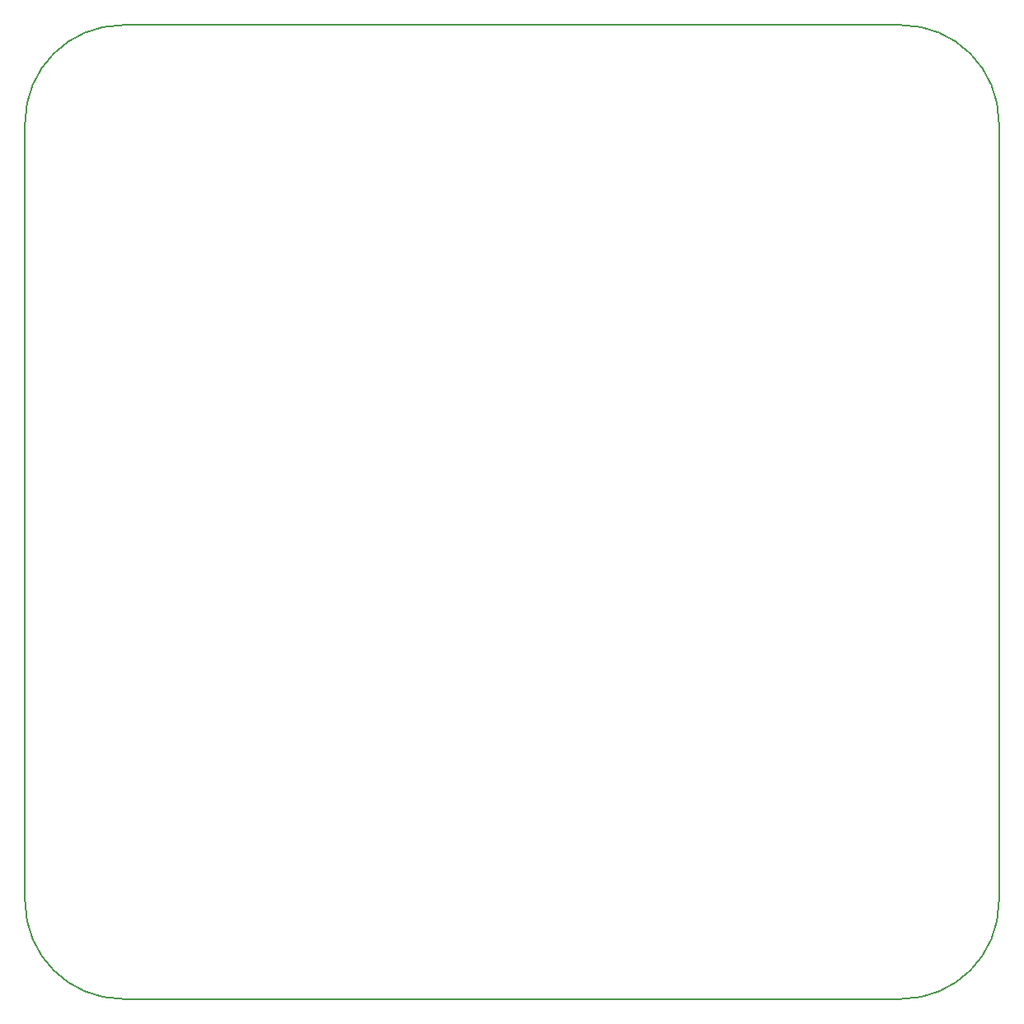
<source format=gm1>
G04 #@! TF.GenerationSoftware,KiCad,Pcbnew,5.0.2-5.0.2*
G04 #@! TF.CreationDate,2019-08-16T20:36:12+01:00*
G04 #@! TF.ProjectId,MaquinaSafetyLevel,4d617175-696e-4615-9361-666574794c65,rev?*
G04 #@! TF.SameCoordinates,Original*
G04 #@! TF.FileFunction,Profile,NP*
%FSLAX46Y46*%
G04 Gerber Fmt 4.6, Leading zero omitted, Abs format (unit mm)*
G04 Created by KiCad (PCBNEW 5.0.2-5.0.2) date Fri 16 Aug 2019 20:36:12 BST*
%MOMM*%
%LPD*%
G01*
G04 APERTURE LIST*
%ADD10C,0.150000*%
G04 APERTURE END LIST*
D10*
X145250000Y-123250000D02*
G75*
G02X135250000Y-133250000I-10000000J0D01*
G01*
X145250000Y-123250000D02*
X145250000Y-43250000D01*
X55250000Y-133250000D02*
X135250000Y-133250000D01*
X135250000Y-33250000D02*
G75*
G02X145250000Y-43250000I0J-10000000D01*
G01*
X55250000Y-33250000D02*
X135250000Y-33250000D01*
X55250000Y-133250000D02*
G75*
G02X45250000Y-123250000I0J10000000D01*
G01*
X45250000Y-43250000D02*
G75*
G02X55250000Y-33250000I10000000J0D01*
G01*
X45250000Y-43250000D02*
X45250000Y-123250000D01*
M02*

</source>
